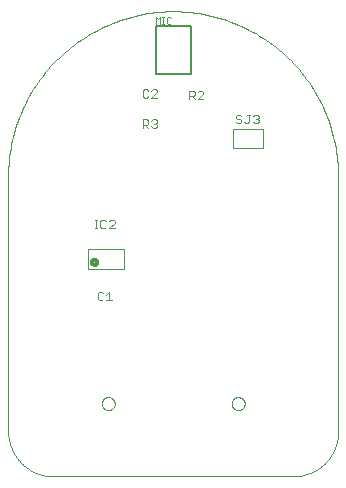
<source format=gto>
G75*
%MOIN*%
%OFA0B0*%
%FSLAX25Y25*%
%IPPOS*%
%LPD*%
%AMOC8*
5,1,8,0,0,1.08239X$1,22.5*
%
%ADD10C,0.00000*%
%ADD11C,0.00400*%
%ADD12C,0.00394*%
%ADD13C,0.01378*%
%ADD14C,0.00500*%
%ADD15C,0.00200*%
D10*
X0001500Y0016500D02*
X0001500Y0101500D01*
X0032681Y0025732D02*
X0032683Y0025825D01*
X0032689Y0025917D01*
X0032699Y0026009D01*
X0032713Y0026100D01*
X0032730Y0026191D01*
X0032752Y0026281D01*
X0032777Y0026370D01*
X0032806Y0026458D01*
X0032839Y0026544D01*
X0032876Y0026629D01*
X0032916Y0026713D01*
X0032960Y0026794D01*
X0033007Y0026874D01*
X0033057Y0026952D01*
X0033111Y0027027D01*
X0033168Y0027100D01*
X0033228Y0027170D01*
X0033291Y0027238D01*
X0033357Y0027303D01*
X0033425Y0027365D01*
X0033496Y0027425D01*
X0033570Y0027481D01*
X0033646Y0027534D01*
X0033724Y0027583D01*
X0033804Y0027630D01*
X0033886Y0027672D01*
X0033970Y0027712D01*
X0034055Y0027747D01*
X0034142Y0027779D01*
X0034230Y0027808D01*
X0034319Y0027832D01*
X0034409Y0027853D01*
X0034500Y0027869D01*
X0034592Y0027882D01*
X0034684Y0027891D01*
X0034777Y0027896D01*
X0034869Y0027897D01*
X0034962Y0027894D01*
X0035054Y0027887D01*
X0035146Y0027876D01*
X0035237Y0027861D01*
X0035328Y0027843D01*
X0035418Y0027820D01*
X0035506Y0027794D01*
X0035594Y0027764D01*
X0035680Y0027730D01*
X0035764Y0027693D01*
X0035847Y0027651D01*
X0035928Y0027607D01*
X0036008Y0027559D01*
X0036085Y0027508D01*
X0036159Y0027453D01*
X0036232Y0027395D01*
X0036302Y0027335D01*
X0036369Y0027271D01*
X0036433Y0027205D01*
X0036495Y0027135D01*
X0036553Y0027064D01*
X0036608Y0026990D01*
X0036660Y0026913D01*
X0036709Y0026834D01*
X0036755Y0026754D01*
X0036797Y0026671D01*
X0036835Y0026587D01*
X0036870Y0026501D01*
X0036901Y0026414D01*
X0036928Y0026326D01*
X0036951Y0026236D01*
X0036971Y0026146D01*
X0036987Y0026055D01*
X0036999Y0025963D01*
X0037007Y0025871D01*
X0037011Y0025778D01*
X0037011Y0025686D01*
X0037007Y0025593D01*
X0036999Y0025501D01*
X0036987Y0025409D01*
X0036971Y0025318D01*
X0036951Y0025228D01*
X0036928Y0025138D01*
X0036901Y0025050D01*
X0036870Y0024963D01*
X0036835Y0024877D01*
X0036797Y0024793D01*
X0036755Y0024710D01*
X0036709Y0024630D01*
X0036660Y0024551D01*
X0036608Y0024474D01*
X0036553Y0024400D01*
X0036495Y0024329D01*
X0036433Y0024259D01*
X0036369Y0024193D01*
X0036302Y0024129D01*
X0036232Y0024069D01*
X0036159Y0024011D01*
X0036085Y0023956D01*
X0036008Y0023905D01*
X0035929Y0023857D01*
X0035847Y0023813D01*
X0035764Y0023771D01*
X0035680Y0023734D01*
X0035594Y0023700D01*
X0035506Y0023670D01*
X0035418Y0023644D01*
X0035328Y0023621D01*
X0035237Y0023603D01*
X0035146Y0023588D01*
X0035054Y0023577D01*
X0034962Y0023570D01*
X0034869Y0023567D01*
X0034777Y0023568D01*
X0034684Y0023573D01*
X0034592Y0023582D01*
X0034500Y0023595D01*
X0034409Y0023611D01*
X0034319Y0023632D01*
X0034230Y0023656D01*
X0034142Y0023685D01*
X0034055Y0023717D01*
X0033970Y0023752D01*
X0033886Y0023792D01*
X0033804Y0023834D01*
X0033724Y0023881D01*
X0033646Y0023930D01*
X0033570Y0023983D01*
X0033496Y0024039D01*
X0033425Y0024099D01*
X0033357Y0024161D01*
X0033291Y0024226D01*
X0033228Y0024294D01*
X0033168Y0024364D01*
X0033111Y0024437D01*
X0033057Y0024512D01*
X0033007Y0024590D01*
X0032960Y0024670D01*
X0032916Y0024751D01*
X0032876Y0024835D01*
X0032839Y0024920D01*
X0032806Y0025006D01*
X0032777Y0025094D01*
X0032752Y0025183D01*
X0032730Y0025273D01*
X0032713Y0025364D01*
X0032699Y0025455D01*
X0032689Y0025547D01*
X0032683Y0025639D01*
X0032681Y0025732D01*
X0016500Y0001500D02*
X0016138Y0001504D01*
X0015775Y0001518D01*
X0015413Y0001539D01*
X0015052Y0001570D01*
X0014692Y0001609D01*
X0014333Y0001657D01*
X0013975Y0001714D01*
X0013618Y0001779D01*
X0013263Y0001853D01*
X0012910Y0001936D01*
X0012559Y0002027D01*
X0012211Y0002126D01*
X0011865Y0002234D01*
X0011521Y0002350D01*
X0011181Y0002475D01*
X0010844Y0002607D01*
X0010510Y0002748D01*
X0010179Y0002897D01*
X0009852Y0003054D01*
X0009529Y0003218D01*
X0009210Y0003390D01*
X0008896Y0003570D01*
X0008585Y0003758D01*
X0008280Y0003953D01*
X0007979Y0004155D01*
X0007683Y0004365D01*
X0007393Y0004581D01*
X0007107Y0004805D01*
X0006827Y0005035D01*
X0006553Y0005272D01*
X0006285Y0005516D01*
X0006022Y0005766D01*
X0005766Y0006022D01*
X0005516Y0006285D01*
X0005272Y0006553D01*
X0005035Y0006827D01*
X0004805Y0007107D01*
X0004581Y0007393D01*
X0004365Y0007683D01*
X0004155Y0007979D01*
X0003953Y0008280D01*
X0003758Y0008585D01*
X0003570Y0008896D01*
X0003390Y0009210D01*
X0003218Y0009529D01*
X0003054Y0009852D01*
X0002897Y0010179D01*
X0002748Y0010510D01*
X0002607Y0010844D01*
X0002475Y0011181D01*
X0002350Y0011521D01*
X0002234Y0011865D01*
X0002126Y0012211D01*
X0002027Y0012559D01*
X0001936Y0012910D01*
X0001853Y0013263D01*
X0001779Y0013618D01*
X0001714Y0013975D01*
X0001657Y0014333D01*
X0001609Y0014692D01*
X0001570Y0015052D01*
X0001539Y0015413D01*
X0001518Y0015775D01*
X0001504Y0016138D01*
X0001500Y0016500D01*
X0016500Y0001500D02*
X0096500Y0001500D01*
X0096862Y0001504D01*
X0097225Y0001518D01*
X0097587Y0001539D01*
X0097948Y0001570D01*
X0098308Y0001609D01*
X0098667Y0001657D01*
X0099025Y0001714D01*
X0099382Y0001779D01*
X0099737Y0001853D01*
X0100090Y0001936D01*
X0100441Y0002027D01*
X0100789Y0002126D01*
X0101135Y0002234D01*
X0101479Y0002350D01*
X0101819Y0002475D01*
X0102156Y0002607D01*
X0102490Y0002748D01*
X0102821Y0002897D01*
X0103148Y0003054D01*
X0103471Y0003218D01*
X0103790Y0003390D01*
X0104104Y0003570D01*
X0104415Y0003758D01*
X0104720Y0003953D01*
X0105021Y0004155D01*
X0105317Y0004365D01*
X0105607Y0004581D01*
X0105893Y0004805D01*
X0106173Y0005035D01*
X0106447Y0005272D01*
X0106715Y0005516D01*
X0106978Y0005766D01*
X0107234Y0006022D01*
X0107484Y0006285D01*
X0107728Y0006553D01*
X0107965Y0006827D01*
X0108195Y0007107D01*
X0108419Y0007393D01*
X0108635Y0007683D01*
X0108845Y0007979D01*
X0109047Y0008280D01*
X0109242Y0008585D01*
X0109430Y0008896D01*
X0109610Y0009210D01*
X0109782Y0009529D01*
X0109946Y0009852D01*
X0110103Y0010179D01*
X0110252Y0010510D01*
X0110393Y0010844D01*
X0110525Y0011181D01*
X0110650Y0011521D01*
X0110766Y0011865D01*
X0110874Y0012211D01*
X0110973Y0012559D01*
X0111064Y0012910D01*
X0111147Y0013263D01*
X0111221Y0013618D01*
X0111286Y0013975D01*
X0111343Y0014333D01*
X0111391Y0014692D01*
X0111430Y0015052D01*
X0111461Y0015413D01*
X0111482Y0015775D01*
X0111496Y0016138D01*
X0111500Y0016500D01*
X0111500Y0101500D01*
X0075989Y0025732D02*
X0075991Y0025825D01*
X0075997Y0025917D01*
X0076007Y0026009D01*
X0076021Y0026100D01*
X0076038Y0026191D01*
X0076060Y0026281D01*
X0076085Y0026370D01*
X0076114Y0026458D01*
X0076147Y0026544D01*
X0076184Y0026629D01*
X0076224Y0026713D01*
X0076268Y0026794D01*
X0076315Y0026874D01*
X0076365Y0026952D01*
X0076419Y0027027D01*
X0076476Y0027100D01*
X0076536Y0027170D01*
X0076599Y0027238D01*
X0076665Y0027303D01*
X0076733Y0027365D01*
X0076804Y0027425D01*
X0076878Y0027481D01*
X0076954Y0027534D01*
X0077032Y0027583D01*
X0077112Y0027630D01*
X0077194Y0027672D01*
X0077278Y0027712D01*
X0077363Y0027747D01*
X0077450Y0027779D01*
X0077538Y0027808D01*
X0077627Y0027832D01*
X0077717Y0027853D01*
X0077808Y0027869D01*
X0077900Y0027882D01*
X0077992Y0027891D01*
X0078085Y0027896D01*
X0078177Y0027897D01*
X0078270Y0027894D01*
X0078362Y0027887D01*
X0078454Y0027876D01*
X0078545Y0027861D01*
X0078636Y0027843D01*
X0078726Y0027820D01*
X0078814Y0027794D01*
X0078902Y0027764D01*
X0078988Y0027730D01*
X0079072Y0027693D01*
X0079155Y0027651D01*
X0079236Y0027607D01*
X0079316Y0027559D01*
X0079393Y0027508D01*
X0079467Y0027453D01*
X0079540Y0027395D01*
X0079610Y0027335D01*
X0079677Y0027271D01*
X0079741Y0027205D01*
X0079803Y0027135D01*
X0079861Y0027064D01*
X0079916Y0026990D01*
X0079968Y0026913D01*
X0080017Y0026834D01*
X0080063Y0026754D01*
X0080105Y0026671D01*
X0080143Y0026587D01*
X0080178Y0026501D01*
X0080209Y0026414D01*
X0080236Y0026326D01*
X0080259Y0026236D01*
X0080279Y0026146D01*
X0080295Y0026055D01*
X0080307Y0025963D01*
X0080315Y0025871D01*
X0080319Y0025778D01*
X0080319Y0025686D01*
X0080315Y0025593D01*
X0080307Y0025501D01*
X0080295Y0025409D01*
X0080279Y0025318D01*
X0080259Y0025228D01*
X0080236Y0025138D01*
X0080209Y0025050D01*
X0080178Y0024963D01*
X0080143Y0024877D01*
X0080105Y0024793D01*
X0080063Y0024710D01*
X0080017Y0024630D01*
X0079968Y0024551D01*
X0079916Y0024474D01*
X0079861Y0024400D01*
X0079803Y0024329D01*
X0079741Y0024259D01*
X0079677Y0024193D01*
X0079610Y0024129D01*
X0079540Y0024069D01*
X0079467Y0024011D01*
X0079393Y0023956D01*
X0079316Y0023905D01*
X0079237Y0023857D01*
X0079155Y0023813D01*
X0079072Y0023771D01*
X0078988Y0023734D01*
X0078902Y0023700D01*
X0078814Y0023670D01*
X0078726Y0023644D01*
X0078636Y0023621D01*
X0078545Y0023603D01*
X0078454Y0023588D01*
X0078362Y0023577D01*
X0078270Y0023570D01*
X0078177Y0023567D01*
X0078085Y0023568D01*
X0077992Y0023573D01*
X0077900Y0023582D01*
X0077808Y0023595D01*
X0077717Y0023611D01*
X0077627Y0023632D01*
X0077538Y0023656D01*
X0077450Y0023685D01*
X0077363Y0023717D01*
X0077278Y0023752D01*
X0077194Y0023792D01*
X0077112Y0023834D01*
X0077032Y0023881D01*
X0076954Y0023930D01*
X0076878Y0023983D01*
X0076804Y0024039D01*
X0076733Y0024099D01*
X0076665Y0024161D01*
X0076599Y0024226D01*
X0076536Y0024294D01*
X0076476Y0024364D01*
X0076419Y0024437D01*
X0076365Y0024512D01*
X0076315Y0024590D01*
X0076268Y0024670D01*
X0076224Y0024751D01*
X0076184Y0024835D01*
X0076147Y0024920D01*
X0076114Y0025006D01*
X0076085Y0025094D01*
X0076060Y0025183D01*
X0076038Y0025273D01*
X0076021Y0025364D01*
X0076007Y0025455D01*
X0075997Y0025547D01*
X0075991Y0025639D01*
X0075989Y0025732D01*
X0111500Y0101500D02*
X0111484Y0102839D01*
X0111435Y0104178D01*
X0111353Y0105515D01*
X0111239Y0106849D01*
X0111093Y0108181D01*
X0110914Y0109508D01*
X0110703Y0110831D01*
X0110459Y0112148D01*
X0110184Y0113459D01*
X0109877Y0114762D01*
X0109538Y0116058D01*
X0109168Y0117345D01*
X0108767Y0118623D01*
X0108334Y0119891D01*
X0107871Y0121148D01*
X0107377Y0122393D01*
X0106853Y0123626D01*
X0106300Y0124845D01*
X0105716Y0126051D01*
X0105104Y0127242D01*
X0104463Y0128418D01*
X0103793Y0129578D01*
X0103095Y0130721D01*
X0102370Y0131847D01*
X0101617Y0132955D01*
X0100838Y0134045D01*
X0100032Y0135115D01*
X0099201Y0136165D01*
X0098344Y0137194D01*
X0097462Y0138203D01*
X0096557Y0139189D01*
X0095627Y0140153D01*
X0094674Y0141095D01*
X0093699Y0142013D01*
X0092701Y0142906D01*
X0091682Y0143776D01*
X0090642Y0144620D01*
X0089582Y0145438D01*
X0088502Y0146231D01*
X0087404Y0146997D01*
X0086286Y0147736D01*
X0085152Y0148448D01*
X0084000Y0149131D01*
X0082832Y0149787D01*
X0081648Y0150414D01*
X0080450Y0151012D01*
X0079237Y0151580D01*
X0078011Y0152119D01*
X0076772Y0152628D01*
X0075521Y0153106D01*
X0074258Y0153554D01*
X0072986Y0153971D01*
X0071703Y0154357D01*
X0070411Y0154712D01*
X0069111Y0155035D01*
X0067804Y0155326D01*
X0066490Y0155585D01*
X0065170Y0155812D01*
X0063845Y0156007D01*
X0062515Y0156170D01*
X0061182Y0156300D01*
X0059847Y0156398D01*
X0058509Y0156463D01*
X0057170Y0156496D01*
X0055830Y0156496D01*
X0054491Y0156463D01*
X0053153Y0156398D01*
X0051818Y0156300D01*
X0050485Y0156170D01*
X0049155Y0156007D01*
X0047830Y0155812D01*
X0046510Y0155585D01*
X0045196Y0155326D01*
X0043889Y0155035D01*
X0042589Y0154712D01*
X0041297Y0154357D01*
X0040014Y0153971D01*
X0038742Y0153554D01*
X0037479Y0153106D01*
X0036228Y0152628D01*
X0034989Y0152119D01*
X0033763Y0151580D01*
X0032550Y0151012D01*
X0031352Y0150414D01*
X0030168Y0149787D01*
X0029000Y0149131D01*
X0027848Y0148448D01*
X0026714Y0147736D01*
X0025596Y0146997D01*
X0024498Y0146231D01*
X0023418Y0145438D01*
X0022358Y0144620D01*
X0021318Y0143776D01*
X0020299Y0142906D01*
X0019301Y0142013D01*
X0018326Y0141095D01*
X0017373Y0140153D01*
X0016443Y0139189D01*
X0015538Y0138203D01*
X0014656Y0137194D01*
X0013799Y0136165D01*
X0012968Y0135115D01*
X0012162Y0134045D01*
X0011383Y0132955D01*
X0010630Y0131847D01*
X0009905Y0130721D01*
X0009207Y0129578D01*
X0008537Y0128418D01*
X0007896Y0127242D01*
X0007284Y0126051D01*
X0006700Y0124845D01*
X0006147Y0123626D01*
X0005623Y0122393D01*
X0005129Y0121148D01*
X0004666Y0119891D01*
X0004233Y0118623D01*
X0003832Y0117345D01*
X0003462Y0116058D01*
X0003123Y0114762D01*
X0002816Y0113459D01*
X0002541Y0112148D01*
X0002297Y0110831D01*
X0002086Y0109508D01*
X0001907Y0108181D01*
X0001761Y0106849D01*
X0001647Y0105515D01*
X0001565Y0104178D01*
X0001516Y0102839D01*
X0001500Y0101500D01*
D11*
X0030271Y0087002D02*
X0031205Y0087002D01*
X0030738Y0087002D02*
X0030738Y0084200D01*
X0030271Y0084200D02*
X0031205Y0084200D01*
X0032236Y0084667D02*
X0032236Y0086535D01*
X0032703Y0087002D01*
X0033637Y0087002D01*
X0034104Y0086535D01*
X0035182Y0086535D02*
X0035649Y0087002D01*
X0036583Y0087002D01*
X0037050Y0086535D01*
X0037050Y0086068D01*
X0035182Y0084200D01*
X0037050Y0084200D01*
X0034104Y0084667D02*
X0033637Y0084200D01*
X0032703Y0084200D01*
X0032236Y0084667D01*
X0032655Y0063002D02*
X0031721Y0063002D01*
X0031253Y0062535D01*
X0031253Y0060667D01*
X0031721Y0060200D01*
X0032655Y0060200D01*
X0033122Y0060667D01*
X0034200Y0060200D02*
X0036068Y0060200D01*
X0035134Y0060200D02*
X0035134Y0063002D01*
X0034200Y0062068D01*
X0033122Y0062535D02*
X0032655Y0063002D01*
X0046253Y0117700D02*
X0046253Y0120502D01*
X0047655Y0120502D01*
X0048122Y0120035D01*
X0048122Y0119101D01*
X0047655Y0118634D01*
X0046253Y0118634D01*
X0047188Y0118634D02*
X0048122Y0117700D01*
X0049200Y0118167D02*
X0049667Y0117700D01*
X0050601Y0117700D01*
X0051068Y0118167D01*
X0051068Y0118634D01*
X0050601Y0119101D01*
X0050134Y0119101D01*
X0050601Y0119101D02*
X0051068Y0119568D01*
X0051068Y0120035D01*
X0050601Y0120502D01*
X0049667Y0120502D01*
X0049200Y0120035D01*
X0049200Y0127700D02*
X0051068Y0129568D01*
X0051068Y0130035D01*
X0050601Y0130502D01*
X0049667Y0130502D01*
X0049200Y0130035D01*
X0048122Y0130035D02*
X0047655Y0130502D01*
X0046721Y0130502D01*
X0046253Y0130035D01*
X0046253Y0128167D01*
X0046721Y0127700D01*
X0047655Y0127700D01*
X0048122Y0128167D01*
X0049200Y0127700D02*
X0051068Y0127700D01*
X0061746Y0127247D02*
X0061746Y0130050D01*
X0063147Y0130050D01*
X0063614Y0129583D01*
X0063614Y0128648D01*
X0063147Y0128181D01*
X0061746Y0128181D01*
X0062680Y0128181D02*
X0063614Y0127247D01*
X0064692Y0127247D02*
X0066560Y0129116D01*
X0066560Y0129583D01*
X0066093Y0130050D01*
X0065159Y0130050D01*
X0064692Y0129583D01*
X0064692Y0127247D02*
X0066560Y0127247D01*
X0077280Y0121535D02*
X0077280Y0121068D01*
X0077747Y0120601D01*
X0078681Y0120601D01*
X0079148Y0120134D01*
X0079148Y0119667D01*
X0078681Y0119200D01*
X0077747Y0119200D01*
X0077280Y0119667D01*
X0077280Y0121535D02*
X0077747Y0122002D01*
X0078681Y0122002D01*
X0079148Y0121535D01*
X0080227Y0119667D02*
X0080694Y0119200D01*
X0081161Y0119200D01*
X0081628Y0119667D01*
X0081628Y0122002D01*
X0081161Y0122002D02*
X0082095Y0122002D01*
X0083173Y0121535D02*
X0083640Y0122002D01*
X0084574Y0122002D01*
X0085042Y0121535D01*
X0085042Y0121068D01*
X0084574Y0120601D01*
X0085042Y0120134D01*
X0085042Y0119667D01*
X0084574Y0119200D01*
X0083640Y0119200D01*
X0083173Y0119667D01*
X0084107Y0120601D02*
X0084574Y0120601D01*
D12*
X0086500Y0117150D02*
X0076500Y0117150D01*
X0076500Y0110850D01*
X0086500Y0110850D01*
X0086500Y0117150D01*
X0040004Y0077445D02*
X0040004Y0070555D01*
X0027996Y0070555D01*
X0027996Y0077445D01*
X0040004Y0077445D01*
D13*
X0029473Y0072819D02*
X0029475Y0072875D01*
X0029481Y0072930D01*
X0029491Y0072984D01*
X0029504Y0073038D01*
X0029522Y0073091D01*
X0029543Y0073142D01*
X0029567Y0073192D01*
X0029595Y0073240D01*
X0029627Y0073286D01*
X0029661Y0073330D01*
X0029699Y0073371D01*
X0029739Y0073409D01*
X0029782Y0073444D01*
X0029827Y0073476D01*
X0029875Y0073505D01*
X0029924Y0073531D01*
X0029975Y0073553D01*
X0030027Y0073571D01*
X0030081Y0073585D01*
X0030136Y0073596D01*
X0030191Y0073603D01*
X0030246Y0073606D01*
X0030302Y0073605D01*
X0030357Y0073600D01*
X0030412Y0073591D01*
X0030466Y0073579D01*
X0030519Y0073562D01*
X0030571Y0073542D01*
X0030621Y0073518D01*
X0030669Y0073491D01*
X0030716Y0073461D01*
X0030760Y0073427D01*
X0030802Y0073390D01*
X0030840Y0073350D01*
X0030877Y0073308D01*
X0030910Y0073263D01*
X0030939Y0073217D01*
X0030966Y0073168D01*
X0030988Y0073117D01*
X0031008Y0073065D01*
X0031023Y0073011D01*
X0031035Y0072957D01*
X0031043Y0072902D01*
X0031047Y0072847D01*
X0031047Y0072791D01*
X0031043Y0072736D01*
X0031035Y0072681D01*
X0031023Y0072627D01*
X0031008Y0072573D01*
X0030988Y0072521D01*
X0030966Y0072470D01*
X0030939Y0072421D01*
X0030910Y0072375D01*
X0030877Y0072330D01*
X0030840Y0072288D01*
X0030802Y0072248D01*
X0030760Y0072211D01*
X0030716Y0072177D01*
X0030669Y0072147D01*
X0030621Y0072120D01*
X0030571Y0072096D01*
X0030519Y0072076D01*
X0030466Y0072059D01*
X0030412Y0072047D01*
X0030357Y0072038D01*
X0030302Y0072033D01*
X0030246Y0072032D01*
X0030191Y0072035D01*
X0030136Y0072042D01*
X0030081Y0072053D01*
X0030027Y0072067D01*
X0029975Y0072085D01*
X0029924Y0072107D01*
X0029875Y0072133D01*
X0029827Y0072162D01*
X0029782Y0072194D01*
X0029739Y0072229D01*
X0029699Y0072267D01*
X0029661Y0072308D01*
X0029627Y0072352D01*
X0029595Y0072398D01*
X0029567Y0072446D01*
X0029543Y0072496D01*
X0029522Y0072547D01*
X0029504Y0072600D01*
X0029491Y0072654D01*
X0029481Y0072708D01*
X0029475Y0072763D01*
X0029473Y0072819D01*
D14*
X0050713Y0135752D02*
X0050713Y0151500D01*
X0062524Y0151500D01*
X0062524Y0135752D01*
X0050713Y0135752D01*
D15*
X0050616Y0152387D02*
X0050616Y0154589D01*
X0051350Y0153855D01*
X0052084Y0154589D01*
X0052084Y0152387D01*
X0052826Y0152387D02*
X0053560Y0152387D01*
X0053193Y0152387D02*
X0053193Y0154589D01*
X0052826Y0154589D02*
X0053560Y0154589D01*
X0054299Y0154222D02*
X0054299Y0152754D01*
X0054666Y0152387D01*
X0055400Y0152387D01*
X0055767Y0152754D01*
X0055767Y0154222D02*
X0055400Y0154589D01*
X0054666Y0154589D01*
X0054299Y0154222D01*
M02*

</source>
